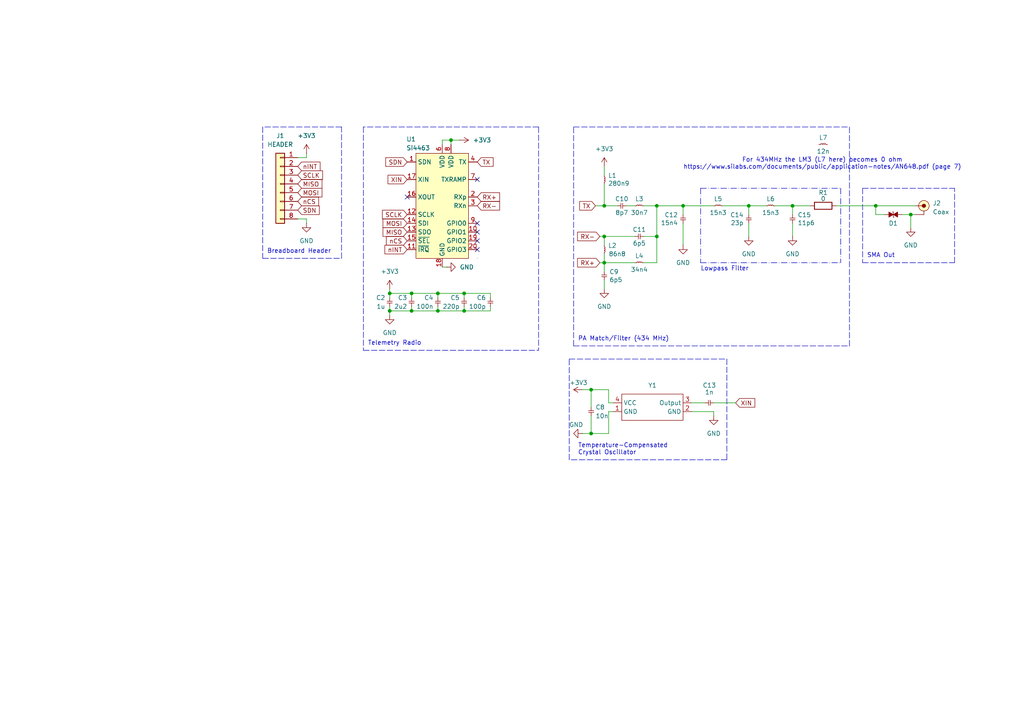
<source format=kicad_sch>
(kicad_sch (version 20231120) (generator "eeschema") (generator_version "8.0")
  (paper "A4")
  (lib_symbols
    (symbol "2T026000VY:2T026000VY"
      (property "Reference" "X" (at 0 0 0))
      (symbol "2T026000VY_1_0"
        (rectangle (start -8.89 3.81) (end 8.89 -3.81))
        (pin unspecified line (at -11.43 -1.27 0) (length 2.54) (name "GND") (number "1"))
        (pin unspecified line (at 11.43 -1.27 180) (length 2.54) (name "GND") (number "2"))
        (pin unspecified line (at 11.43 1.27 180) (length 2.54) (name "Output") (number "3"))
        (pin unspecified line (at -11.43 1.27 0) (length 2.54) (name "VCC") (number "4"))
      )
    )
    (symbol "Device:R" (pin_numbers hide) (pin_names (offset 0))
      (property "Reference" "R" (at 2.032 0 90))
      (property "Value" "R" (at 0 0 90))
      (symbol "R_0_1"
        (rectangle (start -1.016 -2.54) (end 1.016 2.54) (stroke (width 0.254)))
      )
      (symbol "R_1_1"
        (pin passive line (at 0 3.81 270) (length 1.27) (name "~") (number "1"))
        (pin passive line (at 0 -3.81 90) (length 1.27) (name "~") (number "2"))
      )
    )
    (symbol "RF:Si4463"
      (property "Reference" "U" (at -6.35 16.51 0))
      (property "Value" "Si4463" (at 6.35 16.51 0))
      (symbol "Si4463_0_1"
        (rectangle (start -7.62 15.24) (end 7.62 -15.24) (fill (type background)))
        (rectangle (start 10.16 -15.24) (end 10.16 -15.24))
      )
      (symbol "Si4463_1_1"
        (pin input line (at -10.16 12.7 0) (length 2.54) (name "SDN") (number "1"))
        (pin bidirectional line (at 10.16 -7.62 180) (length 2.54) (name "GPIO1") (number "10"))
        (pin open_collector line (at -10.16 -12.7 0) (length 2.54) (name "~{IRQ}") (number "11"))
        (pin input line (at -10.16 -2.54 0) (length 2.54) (name "SCLK") (number "12"))
        (pin output line (at -10.16 -7.62 0) (length 2.54) (name "SDO") (number "13"))
        (pin input line (at -10.16 -5.08 0) (length 2.54) (name "SDI") (number "14"))
        (pin input line (at -10.16 -10.16 0) (length 2.54) (name "~{SEL}") (number "15"))
        (pin passive line (at -10.16 2.54 0) (length 2.54) (name "XOUT") (number "16"))
        (pin input line (at -10.16 7.62 0) (length 2.54) (name "XIN") (number "17"))
        (pin power_in line (at 0 -17.78 90) (length 2.54) (name "GND") (number "18"))
        (pin bidirectional line (at 10.16 -10.16 180) (length 2.54) (name "GPIO2") (number "19"))
        (pin input line (at 10.16 2.54 180) (length 2.54) (name "RXp") (number "2"))
        (pin bidirectional line (at 10.16 -12.7 180) (length 2.54) (name "GPIO3") (number "20"))
        (pin passive line (at 0 -17.78 90) (length 2.54) hide (name "GND") (number "21"))
        (pin input line (at 10.16 0 180) (length 2.54) (name "RXn") (number "3"))
        (pin output line (at 10.16 12.7 180) (length 2.54) (name "TX") (number "4"))
        (pin no_connect line (at 7.62 -15.24 180) (length 2.54) hide (name "NC") (number "5"))
        (pin power_in line (at 0 17.78 270) (length 2.54) (name "VDD") (number "6"))
        (pin output line (at 10.16 7.62 180) (length 2.54) (name "TXRAMP") (number "7"))
        (pin power_in line (at 2.54 17.78 270) (length 2.54) (name "VDD") (number "8"))
        (pin bidirectional line (at 10.16 -5.08 180) (length 2.54) (name "GPIO0") (number "9"))
      )
    )
    (symbol "Strix:C" (pin_numbers hide) (pin_names (offset 1.016) hide)
      (property "Reference" "C" (at 1.27 1.778 0))
      (property "Value" "C" (at 1.27 -1.778 0))
      (symbol "C_0_1"
        (polyline (pts (xy 1.016 0.762) (xy 1.016 -0.762)))
        (polyline (pts (xy 1.524 0.762) (xy 1.524 -0.762)))
      )
      (symbol "C_1_1"
        (pin passive line (at 0 0 0) (length 1.016) (name "~") (number "1"))
        (pin passive line (at 2.54 0 180) (length 1.016) (name "~") (number "2"))
      )
    )
    (symbol "Strix:Coax" (pin_numbers hide) (pin_names (offset 1.016) hide)
      (property "Reference" "J" (at 0 2.54 0))
      (property "Value" "Coax" (at 0 -3.81 0))
      (symbol "Coax_0_1"
        (polyline (pts (xy 0 -1.524) (xy 0 -2.54)))
        (circle (center 0 0) (radius 0.508) (fill (type outline)))
        (circle (center 0 0) (radius 1.524) (fill (type background)))
      )
      (symbol "Coax_1_1"
        (pin bidirectional line (at -2.54 0 0) (length 2.54) (name "RF") (number "1"))
        (pin power_in line (at -2.54 -2.54 0) (length 2.54) (name "GND") (number "2"))
      )
    )
    (symbol "Strix:Conn_01x08" (pin_names (offset 1.016) hide)
      (property "Reference" "J" (at 0 10.16 0))
      (property "Value" "Conn_01x08" (at 0 -12.7 0))
      (symbol "Conn_01x08_1_1"
        (rectangle (start -1.27 -10.033) (end 0 -10.287) (stroke (width 0.1524)))
        (rectangle (start -1.27 -7.493) (end 0 -7.747) (stroke (width 0.1524)))
        (rectangle (start -1.27 -4.953) (end 0 -5.207) (stroke (width 0.1524)))
        (rectangle (start -1.27 -2.413) (end 0 -2.667) (stroke (width 0.1524)))
        (rectangle (start -1.27 0.127) (end 0 -0.127) (stroke (width 0.1524)))
        (rectangle (start -1.27 2.667) (end 0 2.413) (stroke (width 0.1524)))
        (rectangle (start -1.27 5.207) (end 0 4.953) (stroke (width 0.1524)))
        (rectangle (start -1.27 7.747) (end 0 7.493) (stroke (width 0.1524)))
        (rectangle (start -1.27 8.89) (end 1.27 -11.43) (stroke (width 0.254)) (fill (type background)))
        (pin passive line (at -5.08 7.62 0) (length 3.81) (name "Pin_1") (number "1"))
        (pin passive line (at -5.08 5.08 0) (length 3.81) (name "Pin_2") (number "2"))
        (pin passive line (at -5.08 2.54 0) (length 3.81) (name "Pin_3") (number "3"))
        (pin passive line (at -5.08 0 0) (length 3.81) (name "Pin_4") (number "4"))
        (pin passive line (at -5.08 -2.54 0) (length 3.81) (name "Pin_5") (number "5"))
        (pin passive line (at -5.08 -5.08 0) (length 3.81) (name "Pin_6") (number "6"))
        (pin passive line (at -5.08 -7.62 0) (length 3.81) (name "Pin_7") (number "7"))
        (pin passive line (at -5.08 -10.16 0) (length 3.81) (name "Pin_8") (number "8"))
      )
    )
    (symbol "Strix:D_ESD" (pin_numbers hide) (pin_names (offset 0) hide)
      (property "Reference" "D" (at -1.27 2.54 0))
      (symbol "D_ESD_0_1"
        (polyline (pts (xy 0 -0.762) (xy 0.254 -0.762)))
        (polyline (pts (xy 0 0.762) (xy -0.254 0.762)))
        (polyline (pts (xy 0 0.762) (xy 0 -0.762)))
        (polyline (pts (xy 0 0) (xy -1.27 0.762) (xy -1.27 -0.762) (xy 0 0)) (fill (type outline)))
        (polyline (pts (xy 0 0) (xy 1.27 0.762) (xy 1.27 -0.762) (xy 0 0)) (fill (type outline)))
      )
      (symbol "D_ESD_1_1"
        (pin passive line (at -2.54 0 0) (length 1.27) (name "1") (number "1"))
        (pin passive line (at 2.54 0 180) (length 1.27) (name "2") (number "2"))
      )
    )
    (symbol "Strix:L" (pin_numbers hide) (pin_names (offset 1.016) hide)
      (property "Reference" "L" (at 1.27 1.27 0))
      (property "Value" "L" (at 1.27 -1.27 0))
      (symbol "L_0_1"
        (arc (start 1.016 0) (mid 0.762 0.2529) (end 0.508 0))
        (arc (start 1.524 0) (mid 1.27 0.2529) (end 1.016 0))
        (arc (start 2.032 0) (mid 1.778 0.2529) (end 1.524 0))
      )
      (symbol "L_1_1"
        (pin passive line (at 0 0 0) (length 0.508) (name "~") (number "1"))
        (pin passive line (at 2.54 0 180) (length 0.508) (name "~") (number "2"))
      )
    )
    (symbol "power:+3V3" (power) (pin_numbers hide) (pin_names (offset 0) hide)
      (property "Value" "+3V3" (at 0 3.556 0))
      (symbol "+3V3_0_1"
        (polyline (pts (xy -0.762 1.27) (xy 0 2.54)))
        (polyline (pts (xy 0 0) (xy 0 2.54)))
        (polyline (pts (xy 0 2.54) (xy 0.762 1.27)))
      )
      (symbol "+3V3_1_1"
        (pin power_in line (at 0 0 90) (length 0) (name "~") (number "1"))
      )
    )
    (symbol "power:GND" (power) (pin_numbers hide) (pin_names (offset 0) hide)
      (property "Value" "GND" (at 0 -3.81 0))
      (symbol "GND_0_1"
        (polyline (pts (xy 0 0) (xy 0 -1.27) (xy 1.27 -1.27) (xy 0 -2.54) (xy -1.27 -1.27) (xy 0 -1.27)))
      )
      (symbol "GND_1_1"
        (pin power_in line (at 0 0 270) (length 0) (name "~") (number "1"))
      )
    )
  )
  (junction (at 130.81 40.64))
  (junction (at 134.62 90.17))
  (junction (at 171.45 113.03))
  (junction (at 217.17 59.69))
  (junction (at 175.26 76.2))
  (junction (at 264.16 62.23))
  (junction (at 175.26 59.69))
  (junction (at 119.38 90.17))
  (junction (at 127 85.09))
  (junction (at 171.45 125.73))
  (junction (at 254 59.69))
  (junction (at 113.03 85.09))
  (junction (at 175.26 68.58))
  (junction (at 113.03 90.17))
  (junction (at 198.12 59.69))
  (junction (at 127 90.17))
  (junction (at 119.38 85.09))
  (junction (at 134.62 85.09))
  (junction (at 190.5 68.58))
  (junction (at 190.5 59.69))
  (junction (at 229.87 59.69))
  (no_connect (at 138.43 52.07))
  (no_connect (at 138.43 72.39))
  (no_connect (at 138.43 67.31))
  (no_connect (at 118.11 57.15))
  (no_connect (at 138.43 69.85))
  (no_connect (at 138.43 64.77))
  (wire (pts (xy 222.25 59.69) (xy 217.17 59.69)))
  (wire (pts (xy 224.79 59.69) (xy 229.87 59.69)))
  (wire (pts (xy 128.27 40.64) (xy 130.81 40.64)))
  (wire (pts (xy 217.17 62.23) (xy 217.17 59.69)))
  (wire (pts (xy 207.01 59.69) (xy 198.12 59.69)))
  (wire (pts (xy 179.07 59.69) (xy 175.26 59.69)))
  (wire (pts (xy 242.57 59.69) (xy 254 59.69)))
  (wire (pts (xy 176.53 119.38) (xy 176.53 125.73)))
  (wire (pts (xy 142.24 90.17) (xy 142.24 88.9)))
  (wire (pts (xy 134.62 85.09) (xy 134.62 86.36)))
  (polyline (pts (xy 210.82 104.14) (xy 210.82 133.35)) (stroke (width 0) (type dash)))
  (polyline (pts (xy 156.21 36.83) (xy 156.21 101.6)) (stroke (width 0) (type dash)))
  (polyline (pts (xy 250.19 76.2) (xy 276.86 76.2)) (stroke (width 0) (type dash)))
  (wire (pts (xy 88.9 64.77) (xy 88.9 63.5)))
  (wire (pts (xy 186.69 68.58) (xy 190.5 68.58)))
  (wire (pts (xy 190.5 59.69) (xy 190.5 68.58)))
  (polyline (pts (xy 203.2 54.61) (xy 203.2 76.2)) (stroke (width 0) (type dash_dot)))
  (wire (pts (xy 127 86.36) (xy 127 85.09)))
  (wire (pts (xy 184.15 68.58) (xy 175.26 68.58)))
  (wire (pts (xy 88.9 44.45) (xy 88.9 45.72)))
  (polyline (pts (xy 210.82 133.35) (xy 165.1 133.35)) (stroke (width 0) (type dash)))
  (wire (pts (xy 127 85.09) (xy 119.38 85.09)))
  (wire (pts (xy 128.27 41.91) (xy 128.27 40.64)))
  (polyline (pts (xy 250.19 54.61) (xy 250.19 76.2)) (stroke (width 0) (type dash)))
  (wire (pts (xy 198.12 64.77) (xy 198.12 71.12)))
  (wire (pts (xy 127 90.17) (xy 127 88.9)))
  (wire (pts (xy 256.54 62.23) (xy 254 62.23)))
  (wire (pts (xy 264.16 62.23) (xy 265.43 62.23)))
  (wire (pts (xy 134.62 88.9) (xy 134.62 90.17)))
  (polyline (pts (xy 250.19 54.61) (xy 276.86 54.61)) (stroke (width 0) (type dash)))
  (wire (pts (xy 207.01 120.65) (xy 207.01 119.38)))
  (wire (pts (xy 176.53 113.03) (xy 176.53 116.84)))
  (wire (pts (xy 190.5 68.58) (xy 190.5 76.2)))
  (wire (pts (xy 198.12 62.23) (xy 198.12 59.69)))
  (wire (pts (xy 217.17 64.77) (xy 217.17 68.58)))
  (wire (pts (xy 234.95 59.69) (xy 229.87 59.69)))
  (wire (pts (xy 184.15 59.69) (xy 181.61 59.69)))
  (wire (pts (xy 177.8 116.84) (xy 176.53 116.84)))
  (wire (pts (xy 229.87 59.69) (xy 229.87 62.23)))
  (wire (pts (xy 113.03 90.17) (xy 119.38 90.17)))
  (polyline (pts (xy 203.2 76.2) (xy 243.84 76.2)) (stroke (width 0) (type dash_dot)))
  (wire (pts (xy 175.26 81.28) (xy 175.26 83.82)))
  (wire (pts (xy 175.26 53.34) (xy 175.26 59.69)))
  (wire (pts (xy 113.03 88.9) (xy 113.03 90.17)))
  (polyline (pts (xy 99.06 36.83) (xy 76.2 36.83)) (stroke (width 0) (type dash)))
  (polyline (pts (xy 246.38 100.33) (xy 246.38 36.83)) (stroke (width 0) (type dash)))
  (wire (pts (xy 113.03 90.17) (xy 113.03 91.44)))
  (wire (pts (xy 177.8 119.38) (xy 176.53 119.38)))
  (polyline (pts (xy 203.2 54.61) (xy 243.84 54.61)) (stroke (width 0) (type dash_dot)))
  (wire (pts (xy 175.26 73.66) (xy 175.26 76.2)))
  (wire (pts (xy 184.15 76.2) (xy 175.26 76.2)))
  (wire (pts (xy 127 85.09) (xy 134.62 85.09)))
  (wire (pts (xy 133.35 40.64) (xy 130.81 40.64)))
  (wire (pts (xy 229.87 64.77) (xy 229.87 68.58)))
  (wire (pts (xy 113.03 85.09) (xy 113.03 83.82)))
  (wire (pts (xy 190.5 59.69) (xy 198.12 59.69)))
  (wire (pts (xy 264.16 62.23) (xy 264.16 66.04)))
  (wire (pts (xy 261.62 62.23) (xy 264.16 62.23)))
  (wire (pts (xy 134.62 90.17) (xy 127 90.17)))
  (wire (pts (xy 86.36 45.72) (xy 88.9 45.72)))
  (wire (pts (xy 173.99 76.2) (xy 175.26 76.2)))
  (polyline (pts (xy 165.1 104.14) (xy 210.82 104.14)) (stroke (width 0) (type dash)))
  (wire (pts (xy 119.38 85.09) (xy 113.03 85.09)))
  (wire (pts (xy 186.69 59.69) (xy 190.5 59.69)))
  (wire (pts (xy 168.91 113.03) (xy 171.45 113.03)))
  (polyline (pts (xy 166.37 100.33) (xy 166.37 36.83)) (stroke (width 0) (type dash)))
  (wire (pts (xy 171.45 113.03) (xy 176.53 113.03)))
  (wire (pts (xy 207.01 119.38) (xy 200.66 119.38)))
  (wire (pts (xy 134.62 90.17) (xy 142.24 90.17)))
  (wire (pts (xy 113.03 85.09) (xy 113.03 86.36)))
  (polyline (pts (xy 99.06 74.93) (xy 99.06 36.83)) (stroke (width 0) (type dash)))
  (polyline (pts (xy 243.84 54.61) (xy 243.84 76.2)) (stroke (width 0) (type dash_dot)))
  (wire (pts (xy 134.62 85.09) (xy 142.24 85.09)))
  (wire (pts (xy 130.81 40.64) (xy 130.81 41.91)))
  (polyline (pts (xy 105.41 36.83) (xy 105.41 101.6)) (stroke (width 0) (type dash)))
  (wire (pts (xy 254 62.23) (xy 254 59.69)))
  (wire (pts (xy 88.9 63.5) (xy 86.36 63.5)))
  (polyline (pts (xy 276.86 76.2) (xy 276.86 54.61)) (stroke (width 0) (type dash)))
  (wire (pts (xy 200.66 116.84) (xy 204.47 116.84)))
  (wire (pts (xy 190.5 76.2) (xy 186.69 76.2)))
  (polyline (pts (xy 105.41 101.6) (xy 156.21 101.6)) (stroke (width 0) (type dash)))
  (wire (pts (xy 172.72 59.69) (xy 175.26 59.69)))
  (polyline (pts (xy 165.1 133.35) (xy 165.1 104.14)) (stroke (width 0) (type dash)))
  (polyline (pts (xy 166.37 100.33) (xy 246.38 100.33)) (stroke (width 0) (type dash)))
  (wire (pts (xy 129.54 77.47) (xy 128.27 77.47)))
  (wire (pts (xy 119.38 85.09) (xy 119.38 86.36)))
  (polyline (pts (xy 166.37 36.83) (xy 246.38 36.83)) (stroke (width 0) (type dash)))
  (wire (pts (xy 175.26 71.12) (xy 175.26 68.58)))
  (wire (pts (xy 207.01 116.84) (xy 213.36 116.84)))
  (wire (pts (xy 175.26 76.2) (xy 175.26 78.74)))
  (polyline (pts (xy 76.2 36.83) (xy 76.2 74.93)) (stroke (width 0) (type dash)))
  (wire (pts (xy 171.45 120.65) (xy 171.45 125.73)))
  (wire (pts (xy 119.38 90.17) (xy 127 90.17)))
  (polyline (pts (xy 76.2 74.93) (xy 99.06 74.93)) (stroke (width 0) (type dash)))
  (wire (pts (xy 168.91 125.73) (xy 171.45 125.73)))
  (wire (pts (xy 173.99 68.58) (xy 175.26 68.58)))
  (wire (pts (xy 142.24 85.09) (xy 142.24 86.36)))
  (wire (pts (xy 119.38 90.17) (xy 119.38 88.9)))
  (wire (pts (xy 254 59.69) (xy 265.43 59.69)))
  (wire (pts (xy 171.45 125.73) (xy 176.53 125.73)))
  (wire (pts (xy 175.26 50.8) (xy 175.26 48.26)))
  (wire (pts (xy 217.17 59.69) (xy 209.55 59.69)))
  (polyline (pts (xy 156.21 36.83) (xy 105.41 36.83)) (stroke (width 0) (type dash)))
  (wire (pts (xy 171.45 113.03) (xy 171.45 118.11)))
  (text "Temperature-Compensated\nCrystal Oscillator" (at 167.64 132.08 0) (effects (font (size 1.27 1.27)) (justify left bottom)))
  (text "SMA Out" (at 251.4563 74.8878 0) (effects (font (size 1.27 1.27)) (justify left bottom)))
  (text "Lowpass Filter" (at 203.2 78.74 0) (effects (font (size 1.27 1.27)) (justify left bottom)))
  (text "For 434MHz the LM3 (L7 here) becomes 0 ohm\nhttps://www.silabs.com/documents/public/application-notes/AN648.pdf (page 7)" (at 238.506 47.498 0) (effects (font (size 1.27 1.27))))
  (text "PA Match/Filter (434 MHz)" (at 167.64 99.06 0) (effects (font (size 1.27 1.27)) (justify left bottom)))
  (text "Breadboard Header" (at 77.47 73.66 0) (effects (font (size 1.27 1.27)) (justify left bottom)))
  (text "Telemetry Radio" (at 106.68 100.33 0) (effects (font (size 1.27 1.27)) (justify left bottom)))
  (global_label "nINT" (shape input) (at 118.11 72.39 180) (property "Intersheetrefs" "${INTERSHEET_REFS}" (effects (hide yes))))
  (global_label "SCLK" (shape input) (at 86.36 50.8 0) (property "Intersheetrefs" "${INTERSHEET_REFS}" (effects (hide yes))))
  (global_label "MISO" (shape input) (at 86.36 53.34 0) (property "Intersheetrefs" "${INTERSHEET_REFS}" (effects (hide yes))))
  (global_label "SCLK" (shape input) (at 118.11 62.23 180) (property "Intersheetrefs" "${INTERSHEET_REFS}" (effects (hide yes))))
  (global_label "TX" (shape input) (at 138.43 46.99 0) (property "Intersheetrefs" "${INTERSHEET_REFS}" (effects (hide yes))))
  (global_label "nCS" (shape input) (at 86.36 58.42 0) (property "Intersheetrefs" "${INTERSHEET_REFS}" (effects (hide yes))))
  (global_label "nCS" (shape input) (at 118.11 69.85 180) (property "Intersheetrefs" "${INTERSHEET_REFS}" (effects (hide yes))))
  (global_label "MISO" (shape input) (at 118.11 67.31 180) (property "Intersheetrefs" "${INTERSHEET_REFS}" (effects (hide yes))))
  (global_label "RX+" (shape input) (at 173.99 76.2 180) (property "Intersheetrefs" "${INTERSHEET_REFS}" (effects (hide yes))))
  (global_label "nINT" (shape input) (at 86.36 48.26 0) (property "Intersheetrefs" "${INTERSHEET_REFS}" (effects (hide yes))))
  (global_label "TX" (shape input) (at 172.72 59.69 180) (property "Intersheetrefs" "${INTERSHEET_REFS}" (effects (hide yes))))
  (global_label "RX-" (shape input) (at 138.43 59.69 0) (property "Intersheetrefs" "${INTERSHEET_REFS}" (effects (hide yes))))
  (global_label "MOSI" (shape input) (at 86.36 55.88 0) (property "Intersheetrefs" "${INTERSHEET_REFS}" (effects (hide yes))))
  (global_label "SDN" (shape input) (at 118.11 46.99 180) (property "Intersheetrefs" "${INTERSHEET_REFS}" (effects (hide yes))))
  (global_label "SDN" (shape input) (at 86.36 60.96 0) (property "Intersheetrefs" "${INTERSHEET_REFS}" (effects (hide yes))))
  (global_label "XIN" (shape input) (at 213.36 116.84 0) (property "Intersheetrefs" "${INTERSHEET_REFS}" (effects (hide yes))))
  (global_label "MOSI" (shape input) (at 118.11 64.77 180) (property "Intersheetrefs" "${INTERSHEET_REFS}" (effects (hide yes))))
  (global_label "RX-" (shape input) (at 173.99 68.58 180) (property "Intersheetrefs" "${INTERSHEET_REFS}" (effects (hide yes))))
  (global_label "RX+" (shape input) (at 138.43 57.15 0) (property "Intersheetrefs" "${INTERSHEET_REFS}" (effects (hide yes))))
  (global_label "XIN" (shape input) (at 118.11 52.07 180) (property "Intersheetrefs" "${INTERSHEET_REFS}" (effects (hide yes))))
  (symbol (lib_id "Strix:Coax") (at 267.97 59.69 0) (unit 1)
    (property "Reference" "J2" (at 270.51 58.9279 0) (effects (justify left)))
    (property "Value" "Coax" (at 270.51 61.4679 0) (effects (justify left)))
    (property "Footprint" "Strix:SMA-Edge" (effects (hide yes)))
    (property "Farnell" "1608592" (effects (hide yes)))
  )
  (symbol (lib_id "Strix:C") (at 113.03 86.36 90) (mirror x) (unit 1)
    (property "Reference" "C2" (at 111.76 86.36 90) (effects (justify left)))
    (property "Value" "1u" (at 111.76 88.9 90) (effects (justify left)))
    (property "Footprint" "Capacitor_SMD:C_0402_1005Metric_Pad0.74x0.62mm_HandSolder" (effects (hide yes)))
    (property "Farnell" "9402063" (effects (hide yes)))
  )
  (symbol (lib_id "Strix:C") (at 171.45 118.11 90) (mirror x) (unit 1)
    (property "Reference" "C8" (at 172.72 118.11 90) (effects (justify right)))
    (property "Value" "10n" (at 172.72 120.65 90) (effects (justify right)))
    (property "Footprint" "Capacitor_SMD:C_0402_1005Metric_Pad0.74x0.62mm_HandSolder" (effects (hide yes)))
    (property "Farnell" "9402047" (effects (hide yes)))
  )
  (symbol (lib_id "Strix:L") (at 184.15 76.2 0) (unit 1)
    (property "Reference" "L4" (at 185.42 74.93 0) (effects (justify bottom)))
    (property "Value" "34n4" (at 185.42 77.47 0) (effects (justify top)))
    (property "Footprint" "Inductor_SMD:L_0402_1005Metric_Pad0.77x0.64mm_HandSolder" (effects (hide yes)))
    (property "Farnell" "3263549" (effects (hide yes)))
  )
  (symbol (lib_id "Strix:C") (at 175.26 78.74 270) (unit 1)
    (property "Reference" "C9" (at 176.7332 78.8416 90) (effects (justify left)))
    (property "Value" "6p5" (at 176.7332 81.153 90) (effects (justify left)))
    (property "Footprint" "Capacitor_SMD:C_0402_1005Metric_Pad0.74x0.62mm_HandSolder" (effects (hide yes)))
    (property "Farnell" "1758933" (effects (hide yes)))
  )
  (symbol (lib_id "power:+3V3") (at 113.03 83.82 0) (unit 1)
    (property "Reference" "#PWR03" (effects (hide yes)))
    (property "Value" "+3V3" (at 113.03 78.74 0))
    (property "Description" "Power symbol creates a global label with name \"+3V3\"" (effects (hide yes)))
  )
  (symbol (lib_id "power:GND") (at 175.26 83.82 0) (unit 1)
    (property "Reference" "#PWR010" (effects (hide yes)))
    (property "Value" "GND" (at 175.26 88.9 0))
    (property "Description" "Power symbol creates a global label with name \"GND\" , ground" (effects (hide yes)))
  )
  (symbol (lib_id "Strix:L") (at 175.26 50.8 270) (unit 1)
    (property "Reference" "L1" (at 176.3776 50.9016 90) (effects (justify left)))
    (property "Value" "280n9" (at 176.3776 53.213 90) (effects (justify left)))
    (property "Footprint" "Inductor_SMD:L_0402_1005Metric_Pad0.77x0.64mm_HandSolder" (effects (hide yes)))
    (property "Farnell" "3471254" (effects (hide yes)))
  )
  (symbol (lib_id "power:+3V3") (at 168.91 113.03 90) (unit 1)
    (property "Reference" "#PWR012" (effects (hide yes)))
    (property "Value" "+3V3" (at 170.434 110.998 90) (effects (justify left)))
    (property "Description" "Power symbol creates a global label with name \"+3V3\"" (effects (hide yes)))
  )
  (symbol (lib_id "Strix:Conn_01x08") (at 81.28 53.34 0) (mirror y) (unit 1)
    (property "Reference" "J1" (at 81.28 39.37 0))
    (property "Value" "HEADER" (at 81.28 41.91 0))
    (property "Footprint" "Strix:Header_Breadboard_1x08" (effects (hide yes)))
    (property "Farnell" "1022256" (effects (hide yes)))
  )
  (symbol (lib_id "Strix:C") (at 229.87 62.23 270) (unit 1)
    (property "Reference" "C15" (at 231.3432 62.3316 90) (effects (justify left)))
    (property "Value" "11p6" (at 231.3432 64.643 90) (effects (justify left)))
    (property "Footprint" "Capacitor_SMD:C_0402_1005Metric_Pad0.74x0.62mm_HandSolder" (effects (hide yes)))
    (property "Farnell" "3013357" (effects (hide yes)))
  )
  (symbol (lib_id "Strix:L") (at 175.26 71.12 270) (unit 1)
    (property "Reference" "L2" (at 176.3776 71.2216 90) (effects (justify left)))
    (property "Value" "86n8" (at 176.53 73.66 90) (effects (justify left)))
    (property "Footprint" "Inductor_SMD:L_0402_1005Metric_Pad0.77x0.64mm_HandSolder" (effects (hide yes)))
    (property "Farnell" "1343084" (effects (hide yes)))
  )
  (symbol (lib_id "power:GND") (at 217.17 68.58 0) (unit 1)
    (property "Reference" "#PWR014" (effects (hide yes)))
    (property "Value" "GND" (at 217.17 73.66 0))
    (property "Description" "Power symbol creates a global label with name \"GND\" , ground" (effects (hide yes)))
  )
  (symbol (lib_id "Strix:L") (at 207.01 59.69 0) (unit 1)
    (property "Reference" "L5" (at 208.28 58.42 0) (effects (justify bottom)))
    (property "Value" "15n3" (at 208.28 60.96 0) (effects (justify top)))
    (property "Footprint" "Inductor_SMD:L_0402_1005Metric_Pad0.77x0.64mm_HandSolder" (effects (hide yes)))
    (property "Farnell" "1343082" (effects (hide yes)))
  )
  (symbol (lib_id "power:GND") (at 88.9 64.77 0) (unit 1)
    (property "Reference" "#PWR02" (effects (hide yes)))
    (property "Value" "GND" (at 88.9 69.85 0))
    (property "Description" "Power symbol creates a global label with name \"GND\" , ground" (effects (hide yes)))
  )
  (symbol (lib_id "power:+3V3") (at 133.35 40.64 270) (unit 1)
    (property "Reference" "#PWR017" (effects (hide yes)))
    (property "Value" "+3V3" (at 137.16 40.6399 90) (effects (justify left)))
    (property "Description" "Power symbol creates a global label with name \"+3V3\"" (effects (hide yes)))
  )
  (symbol (lib_id "RF:Si4463") (at 128.27 59.69 0) (unit 1)
    (property "Reference" "U1" (at 117.856 40.386 0) (effects (justify left)))
    (property "Value" "Si4463" (at 117.856 42.926 0) (effects (justify left)))
    (property "Footprint" "SI4463-C2A-GMR:QFN-20_L4.0-W4.0-P0.50-TL-EP2.5" (effects (hide yes)))
    (property "Datasheet" "https://www.silabs.com/documents/public/data-sheets/Si4464-63-61-60.pdf" (effects (hide yes)))
    (property "Description" "High-Performance, Low-Current Sub-GHz Transceiver, +20dBm, Major bands 142-1050 MHz, QFN-20" (effects (hide yes)))
  )
  (symbol (lib_id "Strix:C") (at 134.62 86.36 90) (mirror x) (unit 1)
    (property "Reference" "C5" (at 133.35 86.36 90) (effects (justify left)))
    (property "Value" "220p" (at 133.35 88.9 90) (effects (justify left)))
    (property "Footprint" "Capacitor_SMD:C_0402_1005Metric_Pad0.74x0.62mm_HandSolder" (effects (hide yes)))
    (property "Farnell" "3019240" (effects (hide yes)))
  )
  (symbol (lib_id "Strix:C") (at 184.15 68.58 0) (unit 1)
    (property "Reference" "C11" (at 185.42 67.31 0) (effects (justify bottom)))
    (property "Value" "6p5" (at 185.42 69.85 0) (effects (justify top)))
    (property "Footprint" "Capacitor_SMD:C_0402_1005Metric_Pad0.74x0.62mm_HandSolder" (effects (hide yes)))
    (property "Farnell" "3369062" (effects (hide yes)))
  )
  (symbol (lib_id "power:GND") (at 264.16 66.04 0) (unit 1)
    (property "Reference" "#PWR013" (effects (hide yes)))
    (property "Value" "GND" (at 264.16 71.12 0))
    (property "Description" "Power symbol creates a global label with name \"GND\" , ground" (effects (hide yes)))
  )
  (symbol (lib_id "Strix:C") (at 142.24 86.36 90) (mirror x) (unit 1)
    (property "Reference" "C6" (at 140.97 86.36 90) (effects (justify left)))
    (property "Value" "100p" (at 140.97 88.9 90) (effects (justify left)))
    (property "Footprint" "Capacitor_SMD:C_0402_1005Metric_Pad0.74x0.62mm_HandSolder" (effects (hide yes)))
    (property "Farnell" "2906905" (effects (hide yes)))
  )
  (symbol (lib_id "power:GND") (at 168.91 125.73 270) (unit 1)
    (property "Reference" "#PWR04" (effects (hide yes)))
    (property "Value" "GND" (at 169.164 123.19 90) (effects (justify right)))
    (property "Description" "Power symbol creates a global label with name \"GND\" , ground" (effects (hide yes)))
  )
  (symbol (lib_id "2T026000VY:2T026000VY") (at 189.23 118.11 0) (unit 1)
    (property "Reference" "Y1" (at 189.23 111.76 0))
    (property "Value" "26MHz" (effects (hide yes)))
    (property "Footprint" "2T026000VY:CRYSTAL-SMD_4P-L2.5-W2.0-BL-1" (effects (hide yes)))
    (property "Datasheet" "https://atta.szlcsc.com/upload/public/pdf/source/20231222/214C4113A54CF1C8D7973E337A04F371.pdf" (effects (hide yes)))
    (property "Description" "Frequency:26MHz Frequency Stability:±0.5ppm Frequency Stability:±0.5ppm Output Type:- Voltage - Supply:1.8V~3.3V Voltage - Supply:1.8V~3.3V Current - Supply:1.5mA Operating Temperature:-40°C~+85°C Operating Temperature:-40°C~+85°C Ratings:-" (effects (hide yes)))
    (property "Manufacturer Part" "2T026000VY" (effects (hide yes)))
    (property "Manufacturer" "HUAXIN(华昕)" (effects (hide yes)))
    (property "Supplier Part" "C19725361" (effects (hide yes)))
    (property "Supplier" "LCSC" (effects (hide yes)))
    (property "LCSC Part Name" "26MHz ±0.5ppm 1.8V~3.3V" (effects (hide yes)))
  )
  (symbol (lib_id "power:GND") (at 198.12 71.12 0) (unit 1)
    (property "Reference" "#PWR011" (effects (hide yes)))
    (property "Value" "GND" (at 198.12 76.2 0))
    (property "Description" "Power symbol creates a global label with name \"GND\" , ground" (effects (hide yes)))
  )
  (symbol (lib_id "power:GND") (at 229.87 68.58 0) (unit 1)
    (property "Reference" "#PWR015" (effects (hide yes)))
    (property "Value" "GND" (at 229.87 73.66 0))
    (property "Description" "Power symbol creates a global label with name \"GND\" , ground" (effects (hide yes)))
  )
  (symbol (lib_id "power:+3V3") (at 175.26 48.26 0) (unit 1)
    (property "Reference" "#PWR07" (effects (hide yes)))
    (property "Value" "+3V3" (at 175.26 43.18 0))
    (property "Description" "Power symbol creates a global label with name \"+3V3\"" (effects (hide yes)))
  )
  (symbol (lib_id "Strix:L") (at 222.25 59.69 0) (unit 1)
    (property "Reference" "L6" (at 223.52 58.42 0) (effects (justify bottom)))
    (property "Value" "15n3" (at 223.52 60.96 0) (effects (justify top)))
    (property "Footprint" "Inductor_SMD:L_0402_1005Metric_Pad0.77x0.64mm_HandSolder" (effects (hide yes)))
    (property "Farnell" "3263549" (effects (hide yes)))
  )
  (symbol (lib_id "Strix:C") (at 179.07 59.69 0) (unit 1)
    (property "Reference" "C10" (at 180.34 58.42 0) (effects (justify bottom)))
    (property "Value" "8p7" (at 180.34 60.96 0) (effects (justify top)))
    (property "Footprint" "Capacitor_SMD:C_0402_1005Metric_Pad0.74x0.62mm_HandSolder" (effects (hide yes)))
    (property "Farnell" "2781439" (effects (hide yes)))
  )
  (symbol (lib_id "Device:R") (at 238.76 59.69 90) (unit 1)
    (property "Reference" "R1" (at 238.76 55.88 90))
    (property "Value" "0" (at 238.76 57.658 90))
    (property "Footprint" "Resistor_SMD:R_0402_1005Metric_Pad0.72x0.64mm_HandSolder" (effects (hide yes)))
    (property "Description" "Resistor" (effects (hide yes)))
  )
  (symbol (lib_id "power:+3V3") (at 88.9 44.45 0) (unit 1)
    (property "Reference" "#PWR01" (effects (hide yes)))
    (property "Value" "+3V3" (at 88.9 39.37 0))
    (property "Description" "Power symbol creates a global label with name \"+3V3\"" (effects (hide yes)))
  )
  (symbol (lib_id "Strix:L") (at 237.49 41.91 0) (unit 1)
    (property "Reference" "L7" (at 238.76 40.64 0) (effects (justify bottom)))
    (property "Value" "12n" (at 238.76 43.18 0) (effects (justify top)))
    (property "Footprint" "Inductor_SMD:L_0402_1005Metric_Pad0.77x0.64mm_HandSolder" (effects (hide yes)))
    (property "Farnell" "1343082" (effects (hide yes)))
  )
  (symbol (lib_id "Strix:C") (at 198.12 62.23 90) (mirror x) (unit 1)
    (property "Reference" "C12" (at 196.6468 62.3316 90) (effects (justify left)))
    (property "Value" "15n4" (at 196.6468 64.643 90) (effects (justify left)))
    (property "Footprint" "Capacitor_SMD:C_0402_1005Metric_Pad0.74x0.62mm_HandSolder" (effects (hide yes)))
    (property "Farnell" "2627370" (effects (hide yes)))
  )
  (symbol (lib_id "power:GND") (at 207.01 120.65 0) (unit 1)
    (property "Reference" "#PWR09" (effects (hide yes)))
    (property "Value" "GND" (at 207.01 125.73 0))
    (property "Description" "Power symbol creates a global label with name \"GND\" , ground" (effects (hide yes)))
  )
  (symbol (lib_id "power:GND") (at 113.03 91.44 0) (unit 1)
    (property "Reference" "#PWR08" (effects (hide yes)))
    (property "Value" "GND" (at 113.03 96.52 0))
    (property "Description" "Power symbol creates a global label with name \"GND\" , ground" (effects (hide yes)))
  )
  (symbol (lib_id "Strix:C") (at 217.17 62.23 90) (mirror x) (unit 1)
    (property "Reference" "C14" (at 215.6968 62.3316 90) (effects (justify left)))
    (property "Value" "23p" (at 215.6968 64.643 90) (effects (justify left)))
    (property "Footprint" "Capacitor_SMD:C_0402_1005Metric_Pad0.74x0.62mm_HandSolder" (effects (hide yes)))
    (property "Farnell" "3013357" (effects (hide yes)))
  )
  (symbol (lib_id "Strix:L") (at 184.15 59.69 0) (unit 1)
    (property "Reference" "L3" (at 185.42 58.42 0) (effects (justify bottom)))
    (property "Value" "30n7" (at 185.42 60.96 0) (effects (justify top)))
    (property "Footprint" "Inductor_SMD:L_0402_1005Metric_Pad0.77x0.64mm_HandSolder" (effects (hide yes)))
    (property "Farnell" "1343068" (effects (hide yes)))
  )
  (symbol (lib_id "Strix:C") (at 127 86.36 90) (mirror x) (unit 1)
    (property "Reference" "C4" (at 125.73 86.36 90) (effects (justify left)))
    (property "Value" "100n" (at 125.73 88.9 90) (effects (justify left)))
    (property "Footprint" "Capacitor_SMD:C_0402_1005Metric_Pad0.74x0.62mm_HandSolder" (effects (hide yes)))
    (property "Farnell" "9402047" (effects (hide yes)))
  )
  (symbol (lib_id "power:GND") (at 129.54 77.47 90) (unit 1)
    (property "Reference" "#PWR016" (effects (hide yes)))
    (property "Value" "GND" (at 133.35 77.4699 90) (effects (justify right)))
    (property "Description" "Power symbol creates a global label with name \"GND\" , ground" (effects (hide yes)))
  )
  (symbol (lib_id "Strix:C") (at 204.47 116.84 0) (unit 1)
    (property "Reference" "C13" (at 205.74 111.76 0))
    (property "Value" "1n" (at 205.74 113.03 0) (effects (justify top)))
    (property "Footprint" "Capacitor_SMD:C_0402_1005Metric_Pad0.74x0.62mm_HandSolder" (effects (hide yes)))
    (property "Farnell" "2332520" (effects (hide yes)))
  )
  (symbol (lib_id "Strix:D_ESD") (at 259.08 62.23 0) (unit 1)
    (property "Reference" "D1" (at 259.08 64.77 0))
    (property "Value" "D_ESD" (effects (hide yes)))
    (property "Footprint" "Diode_SMD:D_0402_1005Metric_Pad0.77x0.64mm_HandSolder" (effects (hide yes)))
    (property "Farnell" "2368169" (effects (hide yes)))
  )
  (symbol (lib_id "Strix:C") (at 119.38 86.36 90) (mirror x) (unit 1)
    (property "Reference" "C3" (at 118.11 86.36 90) (effects (justify left)))
    (property "Value" "2u2" (at 118.11 88.9 90) (effects (justify left)))
    (property "Footprint" "Capacitor_SMD:C_0402_1005Metric_Pad0.74x0.62mm_HandSolder" (effects (hide yes)))
    (property "Farnell" "2672111" (effects (hide yes)))
  )
)
</source>
